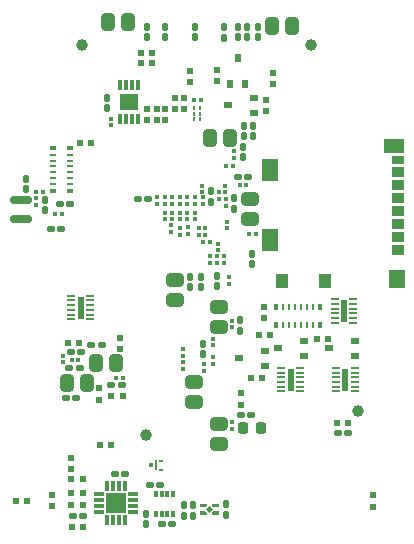
<source format=gbp>
G04*
G04 #@! TF.GenerationSoftware,Altium Limited,Altium Designer,21.7.2 (23)*
G04*
G04 Layer_Color=128*
%FSLAX25Y25*%
%MOIN*%
G70*
G04*
G04 #@! TF.SameCoordinates,792C483E-89C0-4906-A524-1A3F29707EC7*
G04*
G04*
G04 #@! TF.FilePolarity,Positive*
G04*
G01*
G75*
%ADD33R,0.01181X0.03346*%
G04:AMPARAMS|DCode=36|XSize=27.56mil|YSize=70.87mil|CornerRadius=6.89mil|HoleSize=0mil|Usage=FLASHONLY|Rotation=90.000|XOffset=0mil|YOffset=0mil|HoleType=Round|Shape=RoundedRectangle|*
%AMROUNDEDRECTD36*
21,1,0.02756,0.05709,0,0,90.0*
21,1,0.01378,0.07087,0,0,90.0*
1,1,0.01378,0.02854,0.00689*
1,1,0.01378,0.02854,-0.00689*
1,1,0.01378,-0.02854,-0.00689*
1,1,0.01378,-0.02854,0.00689*
%
%ADD36ROUNDEDRECTD36*%
G04:AMPARAMS|DCode=43|XSize=12mil|YSize=15mil|CornerRadius=3mil|HoleSize=0mil|Usage=FLASHONLY|Rotation=270.000|XOffset=0mil|YOffset=0mil|HoleType=Round|Shape=RoundedRectangle|*
%AMROUNDEDRECTD43*
21,1,0.01200,0.00900,0,0,270.0*
21,1,0.00600,0.01500,0,0,270.0*
1,1,0.00600,-0.00450,-0.00300*
1,1,0.00600,-0.00450,0.00300*
1,1,0.00600,0.00450,0.00300*
1,1,0.00600,0.00450,-0.00300*
%
%ADD43ROUNDEDRECTD43*%
G04:AMPARAMS|DCode=49|XSize=43.7mil|YSize=57.87mil|CornerRadius=9.83mil|HoleSize=0mil|Usage=FLASHONLY|Rotation=90.000|XOffset=0mil|YOffset=0mil|HoleType=Round|Shape=RoundedRectangle|*
%AMROUNDEDRECTD49*
21,1,0.04370,0.03821,0,0,90.0*
21,1,0.02404,0.05787,0,0,90.0*
1,1,0.01967,0.01910,0.01202*
1,1,0.01967,0.01910,-0.01202*
1,1,0.01967,-0.01910,-0.01202*
1,1,0.01967,-0.01910,0.01202*
%
%ADD49ROUNDEDRECTD49*%
G04:AMPARAMS|DCode=50|XSize=21.65mil|YSize=22.84mil|CornerRadius=5.52mil|HoleSize=0mil|Usage=FLASHONLY|Rotation=0.000|XOffset=0mil|YOffset=0mil|HoleType=Round|Shape=RoundedRectangle|*
%AMROUNDEDRECTD50*
21,1,0.02165,0.01179,0,0,0.0*
21,1,0.01061,0.02284,0,0,0.0*
1,1,0.01104,0.00531,-0.00590*
1,1,0.01104,-0.00531,-0.00590*
1,1,0.01104,-0.00531,0.00590*
1,1,0.01104,0.00531,0.00590*
%
%ADD50ROUNDEDRECTD50*%
G04:AMPARAMS|DCode=51|XSize=24.8mil|YSize=22.84mil|CornerRadius=5.94mil|HoleSize=0mil|Usage=FLASHONLY|Rotation=270.000|XOffset=0mil|YOffset=0mil|HoleType=Round|Shape=RoundedRectangle|*
%AMROUNDEDRECTD51*
21,1,0.02480,0.01096,0,0,270.0*
21,1,0.01293,0.02284,0,0,270.0*
1,1,0.01187,-0.00548,-0.00647*
1,1,0.01187,-0.00548,0.00647*
1,1,0.01187,0.00548,0.00647*
1,1,0.01187,0.00548,-0.00647*
%
%ADD51ROUNDEDRECTD51*%
G04:AMPARAMS|DCode=52|XSize=21.65mil|YSize=22.84mil|CornerRadius=5.52mil|HoleSize=0mil|Usage=FLASHONLY|Rotation=270.000|XOffset=0mil|YOffset=0mil|HoleType=Round|Shape=RoundedRectangle|*
%AMROUNDEDRECTD52*
21,1,0.02165,0.01179,0,0,270.0*
21,1,0.01061,0.02284,0,0,270.0*
1,1,0.01104,-0.00590,-0.00531*
1,1,0.01104,-0.00590,0.00531*
1,1,0.01104,0.00590,0.00531*
1,1,0.01104,0.00590,-0.00531*
%
%ADD52ROUNDEDRECTD52*%
G04:AMPARAMS|DCode=53|XSize=39.37mil|YSize=39.37mil|CornerRadius=19.68mil|HoleSize=0mil|Usage=FLASHONLY|Rotation=0.000|XOffset=0mil|YOffset=0mil|HoleType=Round|Shape=RoundedRectangle|*
%AMROUNDEDRECTD53*
21,1,0.03937,0.00000,0,0,0.0*
21,1,0.00000,0.03937,0,0,0.0*
1,1,0.03937,0.00000,0.00000*
1,1,0.03937,0.00000,0.00000*
1,1,0.03937,0.00000,0.00000*
1,1,0.03937,0.00000,0.00000*
%
%ADD53ROUNDEDRECTD53*%
G04:AMPARAMS|DCode=54|XSize=24.8mil|YSize=22.84mil|CornerRadius=5.94mil|HoleSize=0mil|Usage=FLASHONLY|Rotation=0.000|XOffset=0mil|YOffset=0mil|HoleType=Round|Shape=RoundedRectangle|*
%AMROUNDEDRECTD54*
21,1,0.02480,0.01096,0,0,0.0*
21,1,0.01293,0.02284,0,0,0.0*
1,1,0.01187,0.00647,-0.00548*
1,1,0.01187,-0.00647,-0.00548*
1,1,0.01187,-0.00647,0.00548*
1,1,0.01187,0.00647,0.00548*
%
%ADD54ROUNDEDRECTD54*%
G04:AMPARAMS|DCode=55|XSize=12mil|YSize=15mil|CornerRadius=3mil|HoleSize=0mil|Usage=FLASHONLY|Rotation=180.000|XOffset=0mil|YOffset=0mil|HoleType=Round|Shape=RoundedRectangle|*
%AMROUNDEDRECTD55*
21,1,0.01200,0.00900,0,0,180.0*
21,1,0.00600,0.01500,0,0,180.0*
1,1,0.00600,-0.00300,0.00450*
1,1,0.00600,0.00300,0.00450*
1,1,0.00600,0.00300,-0.00450*
1,1,0.00600,-0.00300,-0.00450*
%
%ADD55ROUNDEDRECTD55*%
G04:AMPARAMS|DCode=56|XSize=43.7mil|YSize=57.87mil|CornerRadius=9.83mil|HoleSize=0mil|Usage=FLASHONLY|Rotation=0.000|XOffset=0mil|YOffset=0mil|HoleType=Round|Shape=RoundedRectangle|*
%AMROUNDEDRECTD56*
21,1,0.04370,0.03821,0,0,0.0*
21,1,0.02404,0.05787,0,0,0.0*
1,1,0.01967,0.01202,-0.01910*
1,1,0.01967,-0.01202,-0.01910*
1,1,0.01967,-0.01202,0.01910*
1,1,0.01967,0.01202,0.01910*
%
%ADD56ROUNDEDRECTD56*%
%ADD126R,0.00394X0.00394*%
%ADD127R,0.01181X0.01870*%
%ADD128R,0.02953X0.01969*%
%ADD129R,0.06299X0.05512*%
%ADD130R,0.02756X0.00787*%
%ADD131R,0.01969X0.07480*%
G04:AMPARAMS|DCode=132|XSize=33.86mil|YSize=10.24mil|CornerRadius=1.28mil|HoleSize=0mil|Usage=FLASHONLY|Rotation=180.000|XOffset=0mil|YOffset=0mil|HoleType=Round|Shape=RoundedRectangle|*
%AMROUNDEDRECTD132*
21,1,0.03386,0.00768,0,0,180.0*
21,1,0.03130,0.01024,0,0,180.0*
1,1,0.00256,-0.01565,0.00384*
1,1,0.00256,0.01565,0.00384*
1,1,0.00256,0.01565,-0.00384*
1,1,0.00256,-0.01565,-0.00384*
%
%ADD132ROUNDEDRECTD132*%
G04:AMPARAMS|DCode=133|XSize=33.86mil|YSize=10.24mil|CornerRadius=1.28mil|HoleSize=0mil|Usage=FLASHONLY|Rotation=270.000|XOffset=0mil|YOffset=0mil|HoleType=Round|Shape=RoundedRectangle|*
%AMROUNDEDRECTD133*
21,1,0.03386,0.00768,0,0,270.0*
21,1,0.03130,0.01024,0,0,270.0*
1,1,0.00256,-0.00384,-0.01565*
1,1,0.00256,-0.00384,0.01565*
1,1,0.00256,0.00384,0.01565*
1,1,0.00256,0.00384,-0.01565*
%
%ADD133ROUNDEDRECTD133*%
%ADD134R,0.06614X0.06614*%
%ADD135R,0.00787X0.03543*%
%ADD136R,0.01181X0.00984*%
%ADD137R,0.01181X0.01181*%
%ADD138R,0.00984X0.01181*%
%ADD139R,0.01673X0.01969*%
%ADD140R,0.00984X0.01969*%
%ADD141R,0.03937X0.04724*%
%ADD142R,0.05315X0.06102*%
%ADD143R,0.07087X0.04606*%
%ADD144R,0.05315X0.07480*%
%ADD145R,0.04331X0.03346*%
%ADD146R,0.04331X0.02953*%
G04:AMPARAMS|DCode=147|XSize=34.25mil|YSize=38.19mil|CornerRadius=8.73mil|HoleSize=0mil|Usage=FLASHONLY|Rotation=180.000|XOffset=0mil|YOffset=0mil|HoleType=Round|Shape=RoundedRectangle|*
%AMROUNDEDRECTD147*
21,1,0.03425,0.02072,0,0,180.0*
21,1,0.01678,0.03819,0,0,180.0*
1,1,0.01747,-0.00839,0.01036*
1,1,0.01747,0.00839,0.01036*
1,1,0.01747,0.00839,-0.01036*
1,1,0.01747,-0.00839,-0.01036*
%
%ADD147ROUNDEDRECTD147*%
%ADD148R,0.01969X0.02953*%
%ADD149R,0.01969X0.01673*%
%ADD150R,0.01969X0.00984*%
G36*
X77266Y9046D02*
X75366D01*
X74866Y9546D01*
Y10146D01*
X77266D01*
Y9046D01*
D02*
G37*
G36*
X73166Y9546D02*
X72666Y9046D01*
X70766D01*
Y10146D01*
X73166D01*
Y9546D01*
D02*
G37*
G36*
X45000Y8445D02*
X40826D01*
Y12619D01*
X45000D01*
Y8445D01*
D02*
G37*
G36*
X75116Y8366D02*
X74016Y7266D01*
X72916Y8366D01*
X74016Y9466D01*
X75116Y8366D01*
D02*
G37*
G36*
X77266Y6586D02*
X74866D01*
Y7186D01*
X75366Y7686D01*
X77266D01*
Y6586D01*
D02*
G37*
G36*
X73166Y7186D02*
Y6586D01*
X70766D01*
Y7686D01*
X72666D01*
X73166Y7186D01*
D02*
G37*
D33*
X44291Y149803D02*
D03*
X46260D02*
D03*
X48228D02*
D03*
X50197Y138385D02*
D03*
X48228D02*
D03*
X46260D02*
D03*
X44291D02*
D03*
X50197Y149803D02*
D03*
D36*
X11122Y111417D02*
D03*
Y105118D02*
D03*
D43*
X76870Y96866D02*
D03*
Y94866D02*
D03*
X75197Y65273D02*
D03*
Y63073D02*
D03*
X65147Y61807D02*
D03*
Y59607D02*
D03*
X75197Y58974D02*
D03*
Y56774D02*
D03*
X65059Y57301D02*
D03*
Y55101D02*
D03*
X81496Y68979D02*
D03*
Y71179D02*
D03*
X72146Y54412D02*
D03*
Y56612D02*
D03*
X81496Y37320D02*
D03*
Y35120D02*
D03*
X41339Y138502D02*
D03*
Y136302D02*
D03*
X25358Y59504D02*
D03*
Y57305D02*
D03*
X16339Y112124D02*
D03*
Y109924D02*
D03*
X71423Y116167D02*
D03*
Y113968D02*
D03*
X59055Y112320D02*
D03*
Y110120D02*
D03*
X56398Y112320D02*
D03*
Y110120D02*
D03*
X66634Y105002D02*
D03*
Y107202D02*
D03*
X64075Y105002D02*
D03*
Y107202D02*
D03*
X61614Y105002D02*
D03*
Y107202D02*
D03*
X61158Y102969D02*
D03*
Y100769D02*
D03*
X61516Y112320D02*
D03*
Y110120D02*
D03*
X64075Y112320D02*
D03*
Y110120D02*
D03*
X69193Y105002D02*
D03*
Y107202D02*
D03*
X66732Y102281D02*
D03*
Y100081D02*
D03*
X66634Y112320D02*
D03*
Y110120D02*
D03*
X69193Y112320D02*
D03*
Y110120D02*
D03*
X59350Y105002D02*
D03*
Y107202D02*
D03*
X76559Y92653D02*
D03*
Y90453D02*
D03*
X74309Y92647D02*
D03*
Y90447D02*
D03*
X77292Y111865D02*
D03*
Y114065D02*
D03*
X79284Y116210D02*
D03*
Y114011D02*
D03*
X79714Y111616D02*
D03*
Y109416D02*
D03*
X79035Y92734D02*
D03*
Y90534D02*
D03*
X80709Y83447D02*
D03*
Y85647D02*
D03*
X64075Y102084D02*
D03*
Y99884D02*
D03*
X82382Y127675D02*
D03*
Y125475D02*
D03*
X79724Y104250D02*
D03*
Y102050D02*
D03*
X71850Y110120D02*
D03*
Y112320D02*
D03*
D49*
X62500Y84842D02*
D03*
Y78150D02*
D03*
X87500Y105217D02*
D03*
Y111909D02*
D03*
X68898Y50689D02*
D03*
Y43996D02*
D03*
X77165Y36812D02*
D03*
Y30119D02*
D03*
X77165Y68996D02*
D03*
Y75689D02*
D03*
D50*
X90551Y66535D02*
D03*
X94291D02*
D03*
X30610Y63681D02*
D03*
X26870D02*
D03*
X31791Y13681D02*
D03*
X28051D02*
D03*
X31791Y9744D02*
D03*
X28051D02*
D03*
X31791Y18406D02*
D03*
X28051D02*
D03*
X37402Y29724D02*
D03*
X41142D02*
D03*
X30906Y130512D02*
D03*
X34646D02*
D03*
X51083Y157087D02*
D03*
X54823D02*
D03*
X51083Y160531D02*
D03*
X54823D02*
D03*
X41339Y45965D02*
D03*
X45079D02*
D03*
X9449Y11023D02*
D03*
X13189D02*
D03*
X113484Y65256D02*
D03*
X109744D02*
D03*
X31988Y2362D02*
D03*
X28248D02*
D03*
X120343Y37140D02*
D03*
X116602D02*
D03*
X87894Y52264D02*
D03*
X91634D02*
D03*
D51*
X85433Y132638D02*
D03*
Y136063D02*
D03*
X65453Y9685D02*
D03*
Y6260D02*
D03*
X82284Y108524D02*
D03*
Y111949D02*
D03*
X88681Y132638D02*
D03*
Y136063D02*
D03*
X67618Y82342D02*
D03*
Y85768D02*
D03*
X88287Y90118D02*
D03*
Y93543D02*
D03*
X71752Y60000D02*
D03*
Y63425D02*
D03*
X84387Y67904D02*
D03*
Y71329D02*
D03*
X90158Y165709D02*
D03*
Y169134D02*
D03*
X78839Y169035D02*
D03*
Y165610D02*
D03*
X69095Y169134D02*
D03*
Y165709D02*
D03*
X59153Y169134D02*
D03*
Y165709D02*
D03*
X53150Y169134D02*
D03*
Y165709D02*
D03*
X86614Y169134D02*
D03*
Y165709D02*
D03*
X12894Y115020D02*
D03*
Y118445D02*
D03*
X19094Y111457D02*
D03*
Y108031D02*
D03*
X71260Y85768D02*
D03*
Y82342D02*
D03*
X76673Y82736D02*
D03*
Y86161D02*
D03*
X85138Y129075D02*
D03*
Y125650D02*
D03*
X39764Y141988D02*
D03*
Y145414D02*
D03*
X74508Y110886D02*
D03*
Y114311D02*
D03*
X83465Y169134D02*
D03*
Y165709D02*
D03*
X68405Y6260D02*
D03*
Y9685D02*
D03*
X79429Y6555D02*
D03*
Y9980D02*
D03*
X52756Y3504D02*
D03*
Y6929D02*
D03*
D52*
X128543Y12992D02*
D03*
Y9252D02*
D03*
X84646Y43209D02*
D03*
Y46949D02*
D03*
X21555Y9350D02*
D03*
Y13090D02*
D03*
X53309Y141790D02*
D03*
Y138050D02*
D03*
X59350Y141732D02*
D03*
Y137992D02*
D03*
X56398Y141732D02*
D03*
Y137992D02*
D03*
X62402Y141732D02*
D03*
Y145472D02*
D03*
X67421Y150689D02*
D03*
Y154429D02*
D03*
X65453Y141732D02*
D03*
Y145472D02*
D03*
X76476Y154724D02*
D03*
Y150984D02*
D03*
X37056Y44935D02*
D03*
Y48675D02*
D03*
X44291Y61713D02*
D03*
Y65453D02*
D03*
X92913Y144882D02*
D03*
Y141142D02*
D03*
X95079Y150197D02*
D03*
Y153937D02*
D03*
X92224Y75689D02*
D03*
Y71948D02*
D03*
X28051Y25393D02*
D03*
Y21653D02*
D03*
D53*
X52756Y33071D02*
D03*
X31496Y162992D02*
D03*
X107874D02*
D03*
X123622Y40945D02*
D03*
D54*
X28405Y6004D02*
D03*
X31831D02*
D03*
X83586Y119213D02*
D03*
X87012D02*
D03*
X42392Y20086D02*
D03*
X45818D02*
D03*
X84508Y39764D02*
D03*
X87933D02*
D03*
X27913Y60630D02*
D03*
X31339D02*
D03*
X26145Y45476D02*
D03*
X29570D02*
D03*
X34705Y62992D02*
D03*
X38130D02*
D03*
X24271Y110236D02*
D03*
X27697D02*
D03*
X44724Y49705D02*
D03*
X41299D02*
D03*
X21220Y101673D02*
D03*
X24646D02*
D03*
X53591Y111748D02*
D03*
X50165D02*
D03*
X116906Y33926D02*
D03*
X120331D02*
D03*
X27323Y55315D02*
D03*
X30748D02*
D03*
X57520Y16535D02*
D03*
X54094D02*
D03*
X58228Y3445D02*
D03*
X61654D02*
D03*
D55*
X68880Y144882D02*
D03*
X71080D02*
D03*
X28132Y58071D02*
D03*
X30332D02*
D03*
X42896Y52264D02*
D03*
X45096D02*
D03*
X16376Y114105D02*
D03*
X18576D02*
D03*
X22522Y106693D02*
D03*
X24722D02*
D03*
X70472Y102228D02*
D03*
X72672D02*
D03*
X84136Y116535D02*
D03*
X86336D02*
D03*
X70455Y99705D02*
D03*
X72655D02*
D03*
X74132Y97441D02*
D03*
X71931D02*
D03*
X79609Y122736D02*
D03*
X81809D02*
D03*
X87303Y100000D02*
D03*
X89503D02*
D03*
D56*
X94784Y169587D02*
D03*
X101476D02*
D03*
X42913Y56988D02*
D03*
X36220D02*
D03*
X26484Y50500D02*
D03*
X33177D02*
D03*
X80905Y132087D02*
D03*
X74213D02*
D03*
X47047Y170866D02*
D03*
X40354D02*
D03*
D126*
X76066Y9596D02*
D03*
X71966Y7136D02*
D03*
Y9596D02*
D03*
X76066Y7136D02*
D03*
X74016Y8366D02*
D03*
D127*
X60039Y6740D02*
D03*
X58071D02*
D03*
Y13338D02*
D03*
X60039D02*
D03*
X62008D02*
D03*
X56102Y6740D02*
D03*
X62008D02*
D03*
X56102Y13338D02*
D03*
D128*
X105709Y64567D02*
D03*
Y59449D02*
D03*
X97047Y62008D02*
D03*
X122540Y64567D02*
D03*
Y59449D02*
D03*
X113878Y62008D02*
D03*
X88977Y145571D02*
D03*
Y140453D02*
D03*
X80315Y143012D02*
D03*
X83956Y58661D02*
D03*
X92618Y56102D02*
D03*
Y61220D02*
D03*
D129*
X47244Y144094D02*
D03*
D130*
X27952Y79528D02*
D03*
Y77953D02*
D03*
Y76378D02*
D03*
Y74804D02*
D03*
Y73229D02*
D03*
Y71654D02*
D03*
X34252D02*
D03*
Y73229D02*
D03*
Y74804D02*
D03*
Y76378D02*
D03*
Y77953D02*
D03*
Y79528D02*
D03*
X122048Y70472D02*
D03*
Y72047D02*
D03*
Y73622D02*
D03*
Y75196D02*
D03*
Y76771D02*
D03*
Y78346D02*
D03*
X115748D02*
D03*
Y76771D02*
D03*
Y75196D02*
D03*
Y73622D02*
D03*
Y72047D02*
D03*
Y70472D02*
D03*
X104331Y47638D02*
D03*
Y49213D02*
D03*
Y50788D02*
D03*
Y52362D02*
D03*
Y53937D02*
D03*
Y55512D02*
D03*
X98031D02*
D03*
Y53937D02*
D03*
Y52362D02*
D03*
Y50788D02*
D03*
Y49213D02*
D03*
Y47638D02*
D03*
X122441D02*
D03*
Y49213D02*
D03*
Y50788D02*
D03*
Y52362D02*
D03*
Y53937D02*
D03*
Y55512D02*
D03*
X116141D02*
D03*
Y53937D02*
D03*
Y52362D02*
D03*
Y50788D02*
D03*
Y49213D02*
D03*
Y47638D02*
D03*
D131*
X31102Y75591D02*
D03*
X118898Y74409D02*
D03*
X101181Y51575D02*
D03*
X119291D02*
D03*
D132*
X48563Y13485D02*
D03*
Y9548D02*
D03*
X37263Y7579D02*
D03*
Y9548D02*
D03*
Y13485D02*
D03*
X48563Y11516D02*
D03*
Y7579D02*
D03*
X37263Y11516D02*
D03*
D133*
X39960Y16182D02*
D03*
X41929D02*
D03*
X43897D02*
D03*
X45866Y4882D02*
D03*
X43897D02*
D03*
X41929D02*
D03*
X39960D02*
D03*
X45866Y16182D02*
D03*
D134*
X42913Y10532D02*
D03*
D135*
X56164Y23080D02*
D03*
D136*
X57838Y24556D02*
D03*
Y21603D02*
D03*
D137*
X54491Y23080D02*
D03*
D138*
X70768Y141969D02*
D03*
Y140158D02*
D03*
X69036Y138347D02*
D03*
Y140158D02*
D03*
Y141969D02*
D03*
X70768Y138347D02*
D03*
D139*
X110775Y75788D02*
D03*
X96311D02*
D03*
Y69882D02*
D03*
X110775D02*
D03*
D140*
X108464Y75788D02*
D03*
X106496D02*
D03*
X104527D02*
D03*
X102559D02*
D03*
X100590D02*
D03*
X98622D02*
D03*
Y69882D02*
D03*
X100590D02*
D03*
X102559D02*
D03*
X104527D02*
D03*
X106496D02*
D03*
X108464D02*
D03*
D141*
X98130Y84280D02*
D03*
X112697D02*
D03*
D142*
X136418Y84968D02*
D03*
D143*
X135532Y129535D02*
D03*
D144*
X94292Y121563D02*
D03*
Y98059D02*
D03*
D145*
X136910Y94654D02*
D03*
Y98984D02*
D03*
Y103315D02*
D03*
Y107646D02*
D03*
Y111976D02*
D03*
Y116307D02*
D03*
Y120638D02*
D03*
D146*
Y124772D02*
D03*
D147*
X85236Y35433D02*
D03*
X91339D02*
D03*
D148*
X86024Y150197D02*
D03*
X80906D02*
D03*
X83465Y158859D02*
D03*
D149*
X21752Y128886D02*
D03*
Y114422D02*
D03*
X27658D02*
D03*
Y128886D02*
D03*
D150*
X21752Y126575D02*
D03*
Y124607D02*
D03*
Y122638D02*
D03*
Y120670D02*
D03*
Y118701D02*
D03*
Y116733D02*
D03*
X27658D02*
D03*
Y118701D02*
D03*
Y120670D02*
D03*
Y122638D02*
D03*
Y124607D02*
D03*
Y126575D02*
D03*
M02*

</source>
